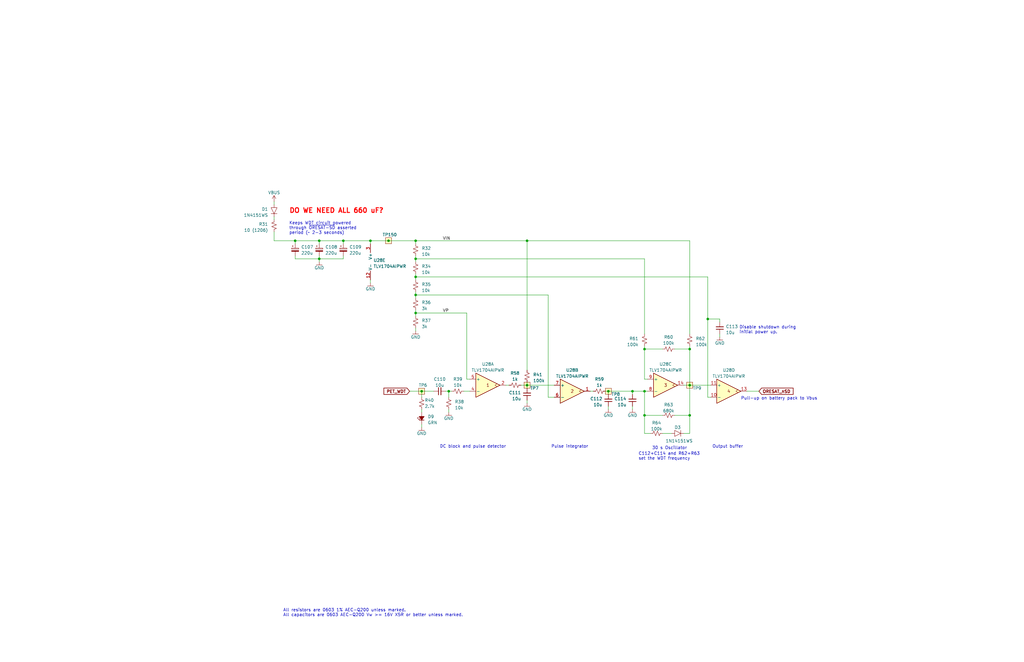
<source format=kicad_sch>
(kicad_sch (version 20230121) (generator eeschema)
  (paper "B")
  (title_block (title "OreSat C3: Watchdog Circuit") (date "2023-05-29") (rev "6.0"))
  (lib_symbols
    (symbol "Device:C_Polarized_Small" (pin_numbers hide) (pin_names (offset 0.254) hide)
      (property "Reference" "C" (at 0.254 1.778 0))
      (property "Value" "C_Polarized_Small" (at 0.254 -2.032 0))
      (symbol "C_Polarized_Small_0_1"
        (rectangle (start -1.524 -0.3048) (end 1.524 -0.6858) (fill (type outline)))
        (rectangle (start -1.524 0.6858) (end 1.524 0.3048))
        (polyline (pts (xy -1.27 1.524) (xy -0.762 1.524)))
        (polyline (pts (xy -1.016 1.27) (xy -1.016 1.778)))
      )
      (symbol "C_Polarized_Small_1_1"
        (pin passive line (at 0 2.54 270) (length 1.8542) (name "~") (number "1"))
        (pin passive line (at 0 -2.54 90) (length 1.8542) (name "~") (number "2"))
      )
    )
    (symbol "Device:C_Small" (pin_numbers hide) (pin_names (offset 0.254) hide)
      (property "Reference" "C" (at 0.254 1.778 0))
      (property "Value" "C_Small" (at 0.254 -2.032 0))
      (symbol "C_Small_0_1"
        (polyline (pts (xy -1.524 -0.508) (xy 1.524 -0.508)) (stroke (width 0.3302)))
        (polyline (pts (xy -1.524 0.508) (xy 1.524 0.508)) (stroke (width 0.3048)))
      )
      (symbol "C_Small_1_1"
        (pin passive line (at 0 2.54 270) (length 2.032) (name "~") (number "1"))
        (pin passive line (at 0 -2.54 90) (length 2.032) (name "~") (number "2"))
      )
    )
    (symbol "Device:LED_Small_Filled" (pin_numbers hide) (pin_names (offset 0.254) hide)
      (property "Reference" "D" (at -1.27 3.175 0))
      (property "Value" "LED_Small_Filled" (at -4.445 -2.54 0))
      (symbol "LED_Small_Filled_0_1"
        (polyline (pts (xy -0.762 -1.016) (xy -0.762 1.016)) (stroke (width 0.254)))
        (polyline (pts (xy 1.016 0) (xy -0.762 0)))
        (polyline (pts (xy 0.762 -1.016) (xy -0.762 0) (xy 0.762 1.016) (xy 0.762 -1.016)) (stroke (width 0.254)) (fill (type outline)))
        (polyline (pts (xy 0 0.762) (xy -0.508 1.27) (xy -0.254 1.27) (xy -0.508 1.27) (xy -0.508 1.016)))
        (polyline (pts (xy 0.508 1.27) (xy 0 1.778) (xy 0.254 1.778) (xy 0 1.778) (xy 0 1.524)))
      )
      (symbol "LED_Small_Filled_1_1"
        (pin passive line (at -2.54 0 0) (length 1.778) (name "K") (number "1"))
        (pin passive line (at 2.54 0 180) (length 1.778) (name "A") (number "2"))
      )
    )
    (symbol "Device:R_Small_US" (pin_numbers hide) (pin_names (offset 0.254) hide)
      (property "Reference" "R" (at 0.762 0.508 0))
      (property "Value" "R_Small_US" (at 0.762 -1.016 0))
      (symbol "R_Small_US_1_1"
        (polyline (pts (xy 0 0) (xy 1.016 -0.381) (xy 0 -0.762) (xy -1.016 -1.143) (xy 0 -1.524)))
        (polyline (pts (xy 0 1.524) (xy 1.016 1.143) (xy 0 0.762) (xy -1.016 0.381) (xy 0 0)))
        (pin passive line (at 0 2.54 270) (length 1.016) (name "~") (number "1"))
        (pin passive line (at 0 -2.54 90) (length 1.016) (name "~") (number "2"))
      )
    )
    (symbol "TLV1704AIPWR_1" (pin_names (offset 0.127))
      (property "Reference" "U" (at 0 5.08 0))
      (property "Value" "TLV1704AIPWR" (at 0 -5.08 0))
      (symbol "TLV1704AIPWR_1_1_1"
        (polyline (pts (xy 3.048 0) (xy 3.81 -0.635)))
        (polyline (pts (xy 3.81 0.635) (xy 3.048 0)))
        (polyline (pts (xy -5.08 5.08) (xy 5.08 0) (xy -5.08 -5.08) (xy -5.08 5.08)) (stroke (width 0.254)) (fill (type background)))
        (text "1" (at 0 0 0) (effects (font (size 1.27 1.27))))
        (pin open_collector line (at 7.62 0 180) (length 2.54) (name "~") (number "2"))
        (pin input line (at -7.62 -2.54 0) (length 2.54) (name "-") (number "4"))
        (pin input line (at -7.62 2.54 0) (length 2.54) (name "+") (number "5"))
      )
      (symbol "TLV1704AIPWR_1_2_1"
        (polyline (pts (xy 3.048 0) (xy 3.81 -0.635)))
        (polyline (pts (xy 3.81 0.635) (xy 3.048 0)))
        (polyline (pts (xy -5.08 5.08) (xy 5.08 0) (xy -5.08 -5.08) (xy -5.08 5.08)) (stroke (width 0.254)) (fill (type background)))
        (text "2" (at 0 0 0) (effects (font (size 1.27 1.27))))
        (pin open_collector line (at 7.62 0 180) (length 2.54) (name "~") (number "1"))
        (pin input line (at -7.62 -2.54 0) (length 2.54) (name "-") (number "6"))
        (pin input line (at -7.62 2.54 0) (length 2.54) (name "+") (number "7"))
      )
      (symbol "TLV1704AIPWR_1_3_1"
        (polyline (pts (xy 3.048 0) (xy 3.81 -0.635)))
        (polyline (pts (xy 3.81 0.635) (xy 3.048 0)))
        (polyline (pts (xy -5.08 5.08) (xy 5.08 0) (xy -5.08 -5.08) (xy -5.08 5.08)) (stroke (width 0.254)) (fill (type background)))
        (text "3" (at 0 0 0) (effects (font (size 1.27 1.27))))
        (pin open_collector line (at 7.62 0 180) (length 2.54) (name "~") (number "14"))
        (pin input line (at -7.62 -2.54 0) (length 2.54) (name "-") (number "8"))
        (pin input line (at -7.62 2.54 0) (length 2.54) (name "+") (number "9"))
      )
      (symbol "TLV1704AIPWR_1_4_1"
        (polyline (pts (xy 3.048 0) (xy 3.81 -0.635)))
        (polyline (pts (xy 3.81 0.635) (xy 3.048 0)))
        (polyline (pts (xy -5.08 5.08) (xy 5.08 0) (xy -5.08 -5.08) (xy -5.08 5.08)) (stroke (width 0.254)) (fill (type background)))
        (text "4" (at 0 0 0) (effects (font (size 1.27 1.27))))
        (pin input line (at -7.62 -2.54 0) (length 2.54) (name "-") (number "10"))
        (pin input line (at -7.62 2.54 0) (length 2.54) (name "+") (number "11"))
        (pin open_collector line (at 7.62 0 180) (length 2.54) (name "~") (number "13"))
      )
      (symbol "TLV1704AIPWR_1_5_1"
        (pin power_in line (at -2.54 -7.62 90) (length 3.81) (name "V-") (number "12"))
        (pin power_in line (at -2.54 7.62 270) (length 3.81) (name "V+") (number "3"))
      )
    )
    (symbol "TLV1704AIPWR_2" (pin_names (offset 0.127))
      (property "Reference" "U" (at 0 5.08 0))
      (property "Value" "TLV1704AIPWR" (at 0 -5.08 0))
      (symbol "TLV1704AIPWR_2_1_1"
        (polyline (pts (xy 3.048 0) (xy 3.81 -0.635)))
        (polyline (pts (xy 3.81 0.635) (xy 3.048 0)))
        (polyline (pts (xy -5.08 5.08) (xy 5.08 0) (xy -5.08 -5.08) (xy -5.08 5.08)) (stroke (width 0.254)) (fill (type background)))
        (text "1" (at 0 0 0) (effects (font (size 1.27 1.27))))
        (pin open_collector line (at 7.62 0 180) (length 2.54) (name "~") (number "2"))
        (pin input line (at -7.62 -2.54 0) (length 2.54) (name "-") (number "4"))
        (pin input line (at -7.62 2.54 0) (length 2.54) (name "+") (number "5"))
      )
      (symbol "TLV1704AIPWR_2_2_1"
        (polyline (pts (xy 3.048 0) (xy 3.81 -0.635)))
        (polyline (pts (xy 3.81 0.635) (xy 3.048 0)))
        (polyline (pts (xy -5.08 5.08) (xy 5.08 0) (xy -5.08 -5.08) (xy -5.08 5.08)) (stroke (width 0.254)) (fill (type background)))
        (text "2" (at 0 0 0) (effects (font (size 1.27 1.27))))
        (pin open_collector line (at 7.62 0 180) (length 2.54) (name "~") (number "1"))
        (pin input line (at -7.62 -2.54 0) (length 2.54) (name "-") (number "6"))
        (pin input line (at -7.62 2.54 0) (length 2.54) (name "+") (number "7"))
      )
      (symbol "TLV1704AIPWR_2_3_1"
        (polyline (pts (xy 3.048 0) (xy 3.81 -0.635)))
        (polyline (pts (xy 3.81 0.635) (xy 3.048 0)))
        (polyline (pts (xy -5.08 5.08) (xy 5.08 0) (xy -5.08 -5.08) (xy -5.08 5.08)) (stroke (width 0.254)) (fill (type background)))
        (text "3" (at 0 0 0) (effects (font (size 1.27 1.27))))
        (pin open_collector line (at 7.62 0 180) (length 2.54) (name "~") (number "14"))
        (pin input line (at -7.62 -2.54 0) (length 2.54) (name "-") (number "8"))
        (pin input line (at -7.62 2.54 0) (length 2.54) (name "+") (number "9"))
      )
      (symbol "TLV1704AIPWR_2_4_1"
        (polyline (pts (xy 3.048 0) (xy 3.81 -0.635)))
        (polyline (pts (xy 3.81 0.635) (xy 3.048 0)))
        (polyline (pts (xy -5.08 5.08) (xy 5.08 0) (xy -5.08 -5.08) (xy -5.08 5.08)) (stroke (width 0.254)) (fill (type background)))
        (text "4" (at 0 0 0) (effects (font (size 1.27 1.27))))
        (pin input line (at -7.62 -2.54 0) (length 2.54) (name "-") (number "10"))
        (pin input line (at -7.62 2.54 0) (length 2.54) (name "+") (number "11"))
        (pin open_collector line (at 7.62 0 180) (length 2.54) (name "~") (number "13"))
      )
      (symbol "TLV1704AIPWR_2_5_1"
        (pin power_in line (at -2.54 -7.62 90) (length 3.81) (name "V-") (number "12"))
        (pin power_in line (at -2.54 7.62 270) (length 3.81) (name "V+") (number "3"))
      )
    )
    (symbol "TLV1704AIPWR_3" (pin_names (offset 0.127))
      (property "Reference" "U" (at 0 5.08 0))
      (property "Value" "TLV1704AIPWR" (at 0 -5.08 0))
      (symbol "TLV1704AIPWR_3_1_1"
        (polyline (pts (xy 3.048 0) (xy 3.81 -0.635)))
        (polyline (pts (xy 3.81 0.635) (xy 3.048 0)))
        (polyline (pts (xy -5.08 5.08) (xy 5.08 0) (xy -5.08 -5.08) (xy -5.08 5.08)) (stroke (width 0.254)) (fill (type background)))
        (text "1" (at 0 0 0) (effects (font (size 1.27 1.27))))
        (pin open_collector line (at 7.62 0 180) (length 2.54) (name "~") (number "2"))
        (pin input line (at -7.62 -2.54 0) (length 2.54) (name "-") (number "4"))
        (pin input line (at -7.62 2.54 0) (length 2.54) (name "+") (number "5"))
      )
      (symbol "TLV1704AIPWR_3_2_1"
        (polyline (pts (xy 3.048 0) (xy 3.81 -0.635)))
        (polyline (pts (xy 3.81 0.635) (xy 3.048 0)))
        (polyline (pts (xy -5.08 5.08) (xy 5.08 0) (xy -5.08 -5.08) (xy -5.08 5.08)) (stroke (width 0.254)) (fill (type background)))
        (text "2" (at 0 0 0) (effects (font (size 1.27 1.27))))
        (pin open_collector line (at 7.62 0 180) (length 2.54) (name "~") (number "1"))
        (pin input line (at -7.62 -2.54 0) (length 2.54) (name "-") (number "6"))
        (pin input line (at -7.62 2.54 0) (length 2.54) (name "+") (number "7"))
      )
      (symbol "TLV1704AIPWR_3_3_1"
        (polyline (pts (xy 3.048 0) (xy 3.81 -0.635)))
        (polyline (pts (xy 3.81 0.635) (xy 3.048 0)))
        (polyline (pts (xy -5.08 5.08) (xy 5.08 0) (xy -5.08 -5.08) (xy -5.08 5.08)) (stroke (width 0.254)) (fill (type background)))
        (text "3" (at 0 0 0) (effects (font (size 1.27 1.27))))
        (pin open_collector line (at 7.62 0 180) (length 2.54) (name "~") (number "14"))
        (pin input line (at -7.62 -2.54 0) (length 2.54) (name "-") (number "8"))
        (pin input line (at -7.62 2.54 0) (length 2.54) (name "+") (number "9"))
      )
      (symbol "TLV1704AIPWR_3_4_1"
        (polyline (pts (xy 3.048 0) (xy 3.81 -0.635)))
        (polyline (pts (xy 3.81 0.635) (xy 3.048 0)))
        (polyline (pts (xy -5.08 5.08) (xy 5.08 0) (xy -5.08 -5.08) (xy -5.08 5.08)) (stroke (width 0.254)) (fill (type background)))
        (text "4" (at 0 0 0) (effects (font (size 1.27 1.27))))
        (pin input line (at -7.62 -2.54 0) (length 2.54) (name "-") (number "10"))
        (pin input line (at -7.62 2.54 0) (length 2.54) (name "+") (number "11"))
        (pin open_collector line (at 7.62 0 180) (length 2.54) (name "~") (number "13"))
      )
      (symbol "TLV1704AIPWR_3_5_1"
        (pin power_in line (at -2.54 -7.62 90) (length 3.81) (name "V-") (number "12"))
        (pin power_in line (at -2.54 7.62 270) (length 3.81) (name "V+") (number "3"))
      )
    )
    (symbol "TLV1704AIPWR_4" (pin_names (offset 0.127))
      (property "Reference" "U" (at 0 5.08 0))
      (property "Value" "TLV1704AIPWR" (at 0 -5.08 0))
      (symbol "TLV1704AIPWR_4_1_1"
        (polyline (pts (xy 3.048 0) (xy 3.81 -0.635)))
        (polyline (pts (xy 3.81 0.635) (xy 3.048 0)))
        (polyline (pts (xy -5.08 5.08) (xy 5.08 0) (xy -5.08 -5.08) (xy -5.08 5.08)) (stroke (width 0.254)) (fill (type background)))
        (text "1" (at 0 0 0) (effects (font (size 1.27 1.27))))
        (pin open_collector line (at 7.62 0 180) (length 2.54) (name "~") (number "2"))
        (pin input line (at -7.62 -2.54 0) (length 2.54) (name "-") (number "4"))
        (pin input line (at -7.62 2.54 0) (length 2.54) (name "+") (number "5"))
      )
      (symbol "TLV1704AIPWR_4_2_1"
        (polyline (pts (xy 3.048 0) (xy 3.81 -0.635)))
        (polyline (pts (xy 3.81 0.635) (xy 3.048 0)))
        (polyline (pts (xy -5.08 5.08) (xy 5.08 0) (xy -5.08 -5.08) (xy -5.08 5.08)) (stroke (width 0.254)) (fill (type background)))
        (text "2" (at 0 0 0) (effects (font (size 1.27 1.27))))
        (pin open_collector line (at 7.62 0 180) (length 2.54) (name "~") (number "1"))
        (pin input line (at -7.62 -2.54 0) (length 2.54) (name "-") (number "6"))
        (pin input line (at -7.62 2.54 0) (length 2.54) (name "+") (number "7"))
      )
      (symbol "TLV1704AIPWR_4_3_1"
        (polyline (pts (xy 3.048 0) (xy 3.81 -0.635)))
        (polyline (pts (xy 3.81 0.635) (xy 3.048 0)))
        (polyline (pts (xy -5.08 5.08) (xy 5.08 0) (xy -5.08 -5.08) (xy -5.08 5.08)) (stroke (width 0.254)) (fill (type background)))
        (text "3" (at 0 0 0) (effects (font (size 1.27 1.27))))
        (pin open_collector line (at 7.62 0 180) (length 2.54) (name "~") (number "14"))
        (pin input line (at -7.62 -2.54 0) (length 2.54) (name "-") (number "8"))
        (pin input line (at -7.62 2.54 0) (length 2.54) (name "+") (number "9"))
      )
      (symbol "TLV1704AIPWR_4_4_1"
        (polyline (pts (xy 3.048 0) (xy 3.81 -0.635)))
        (polyline (pts (xy 3.81 0.635) (xy 3.048 0)))
        (polyline (pts (xy -5.08 5.08) (xy 5.08 0) (xy -5.08 -5.08) (xy -5.08 5.08)) (stroke (width 0.254)) (fill (type background)))
        (text "4" (at 0 0 0) (effects (font (size 1.27 1.27))))
        (pin input line (at -7.62 -2.54 0) (length 2.54) (name "-") (number "10"))
        (pin input line (at -7.62 2.54 0) (length 2.54) (name "+") (number "11"))
        (pin open_collector line (at 7.62 0 180) (length 2.54) (name "~") (number "13"))
      )
      (symbol "TLV1704AIPWR_4_5_1"
        (pin power_in line (at -2.54 -7.62 90) (length 3.81) (name "V-") (number "12"))
        (pin power_in line (at -2.54 7.62 270) (length 3.81) (name "V+") (number "3"))
      )
    )
    (symbol "oresat-diodes:1N4151WS-HE3" (pin_numbers hide) (pin_names (offset 0) hide)
      (property "Reference" "D" (at 0 2.54 0))
      (property "Value" "1N4151WS" (at 0 -2.54 0))
      (symbol "1N4151WS-HE3_0_1"
        (polyline (pts (xy 1.27 0) (xy 1.27 1.27) (xy 1.27 -1.27) (xy 1.27 0) (xy -1.27 1.27) (xy -1.27 -1.27) (xy 1.27 0)))
      )
      (symbol "1N4151WS-HE3_1_1"
        (pin passive line (at 2.54 0 180) (length 1.27) (name "1") (number ""))
        (pin passive line (at -2.54 0 0) (length 1.27) (name "2") (number ""))
      )
    )
    (symbol "oresat-ics:TLV1704AIPWR" (pin_names (offset 0.127))
      (property "Reference" "U" (at 0 5.08 0))
      (property "Value" "TLV1704AIPWR" (at 0 -5.08 0))
      (symbol "TLV1704AIPWR_1_1"
        (polyline (pts (xy 3.048 0) (xy 3.81 -0.635)))
        (polyline (pts (xy 3.81 0.635) (xy 3.048 0)))
        (polyline (pts (xy -5.08 5.08) (xy 5.08 0) (xy -5.08 -5.08) (xy -5.08 5.08)) (stroke (width 0.254)) (fill (type background)))
        (text "1" (at 0 0 0) (effects (font (size 1.27 1.27))))
        (pin open_collector line (at 7.62 0 180) (length 2.54) (name "~") (number "2"))
        (pin input line (at -7.62 -2.54 0) (length 2.54) (name "-") (number "4"))
        (pin input line (at -7.62 2.54 0) (length 2.54) (name "+") (number "5"))
      )
      (symbol "TLV1704AIPWR_2_1"
        (polyline (pts (xy 3.048 0) (xy 3.81 -0.635)))
        (polyline (pts (xy 3.81 0.635) (xy 3.048 0)))
        (polyline (pts (xy -5.08 5.08) (xy 5.08 0) (xy -5.08 -5.08) (xy -5.08 5.08)) (stroke (width 0.254)) (fill (type background)))
        (text "2" (at 0 0 0) (effects (font (size 1.27 1.27))))
        (pin open_collector line (at 7.62 0 180) (length 2.54) (name "~") (number "1"))
        (pin input line (at -7.62 -2.54 0) (length 2.54) (name "-") (number "6"))
        (pin input line (at -7.62 2.54 0) (length 2.54) (name "+") (number "7"))
      )
      (symbol "TLV1704AIPWR_3_1"
        (polyline (pts (xy 3.048 0) (xy 3.81 -0.635)))
        (polyline (pts (xy 3.81 0.635) (xy 3.048 0)))
        (polyline (pts (xy -5.08 5.08) (xy 5.08 0) (xy -5.08 -5.08) (xy -5.08 5.08)) (stroke (width 0.254)) (fill (type background)))
        (text "3" (at 0 0 0) (effects (font (size 1.27 1.27))))
        (pin open_collector line (at 7.62 0 180) (length 2.54) (name "~") (number "14"))
        (pin input line (at -7.62 -2.54 0) (length 2.54) (name "-") (number "8"))
        (pin input line (at -7.62 2.54 0) (length 2.54) (name "+") (number "9"))
      )
      (symbol "TLV1704AIPWR_4_1"
        (polyline (pts (xy 3.048 0) (xy 3.81 -0.635)))
        (polyline (pts (xy 3.81 0.635) (xy 3.048 0)))
        (polyline (pts (xy -5.08 5.08) (xy 5.08 0) (xy -5.08 -5.08) (xy -5.08 5.08)) (stroke (width 0.254)) (fill (type background)))
        (text "4" (at 0 0 0) (effects (font (size 1.27 1.27))))
        (pin input line (at -7.62 -2.54 0) (length 2.54) (name "-") (number "10"))
        (pin input line (at -7.62 2.54 0) (length 2.54) (name "+") (number "11"))
        (pin open_collector line (at 7.62 0 180) (length 2.54) (name "~") (number "13"))
      )
      (symbol "TLV1704AIPWR_5_1"
        (pin power_in line (at -2.54 -7.62 90) (length 3.81) (name "V-") (number "12"))
        (pin power_in line (at -2.54 7.62 270) (length 3.81) (name "V+") (number "3"))
      )
    )
    (symbol "oresat-misc:Test-Point-0.75mm-th"
      (property "Reference" "TP" (at 0 2.54 0))
      (symbol "Test-Point-0.75mm-th_1_0"
        (pin passive line (at 0 0 0) (length 0) (name "1") (number "1"))
      )
      (symbol "Test-Point-0.75mm-th_1_1"
        (rectangle (start -1.27 1.27) (end 1.27 -1.27) (fill (type background)))
      )
    )
    (symbol "oresat-power:GND" (power) (pin_names (offset 0))
      (property "Value" "GND" (at 0 -2.54 0))
      (symbol "GND_0_1"
        (polyline (pts (xy 0 0) (xy 0 -1.27) (xy 1.27 -1.27) (xy 0 -1.27) (xy -1.27 -1.27) (xy 0 -1.27)))
      )
      (symbol "GND_1_1"
        (pin power_in line (at 0 0 270) (length 0) hide (name "GND") (number "1"))
      )
    )
    (symbol "power:VBUS" (power) (pin_names (offset 0))
      (property "Value" "VBUS" (at 0 3.81 0))
      (symbol "VBUS_0_1"
        (polyline (pts (xy -0.762 1.27) (xy 0 2.54)))
        (polyline (pts (xy 0 0) (xy 0 2.54)))
        (polyline (pts (xy 0 2.54) (xy 0.762 1.27)))
      )
      (symbol "VBUS_1_1"
        (pin power_in line (at 0 0 90) (length 0) hide (name "VBUS") (number "1"))
      )
    )
  )
  (junction (at 134.62 109.22))
  (junction (at 256.54 165.1))
  (junction (at 271.78 175.26))
  (junction (at 175.26 109.22))
  (junction (at 175.26 101.6))
  (junction (at 222.25 101.6))
  (junction (at 189.23 165.1))
  (junction (at 134.62 101.6))
  (junction (at 156.21 101.6))
  (junction (at 175.26 124.46))
  (junction (at 290.83 175.26))
  (junction (at 144.78 101.6))
  (junction (at 163.83 101.6))
  (junction (at 298.45 134.62))
  (junction (at 271.78 147.32))
  (junction (at 175.26 132.08))
  (junction (at 290.83 162.56))
  (junction (at 177.8 165.1))
  (junction (at 266.7 165.1))
  (junction (at 175.26 116.84))
  (junction (at 271.78 165.1))
  (junction (at 290.83 147.32))
  (junction (at 222.25 162.56))
  (junction (at 124.46 101.6))
  (wire (pts (xy 175.26 102.87) (xy 175.26 101.6)))
  (wire (pts (xy 175.26 115.57) (xy 175.26 116.84)))
  (wire (pts (xy 187.96 165.1) (xy 189.23 165.1)))
  (wire (pts (xy 298.45 134.62) (xy 303.53 134.62)))
  (wire (pts (xy 222.25 101.6) (xy 290.83 101.6)))
  (wire (pts (xy 222.25 101.6) (xy 222.25 156.21)))
  (wire (pts (xy 175.26 109.22) (xy 175.26 110.49)))
  (wire (pts (xy 175.26 132.08) (xy 196.85 132.08)))
  (wire (pts (xy 290.83 146.05) (xy 290.83 147.32)))
  (wire (pts (xy 134.62 109.22) (xy 134.62 110.49)))
  (wire (pts (xy 134.62 109.22) (xy 124.46 109.22)))
  (wire (pts (xy 284.48 175.26) (xy 290.83 175.26)))
  (wire (pts (xy 256.54 165.1) (xy 256.54 166.37)))
  (wire (pts (xy 175.26 124.46) (xy 175.26 125.73)))
  (wire (pts (xy 177.8 167.64) (xy 177.8 165.1)))
  (wire (pts (xy 124.46 107.95) (xy 124.46 109.22)))
  (wire (pts (xy 219.71 162.56) (xy 222.25 162.56)))
  (wire (pts (xy 256.54 165.1) (xy 266.7 165.1)))
  (wire (pts (xy 303.53 135.89) (xy 303.53 134.62)))
  (wire (pts (xy 134.62 107.95) (xy 134.62 109.22)))
  (wire (pts (xy 266.7 166.37) (xy 266.7 165.1)))
  (wire (pts (xy 271.78 182.88) (xy 274.32 182.88)))
  (wire (pts (xy 115.57 97.79) (xy 115.57 101.6)))
  (wire (pts (xy 175.26 132.08) (xy 175.26 133.35)))
  (wire (pts (xy 288.29 162.56) (xy 290.83 162.56)))
  (wire (pts (xy 115.57 101.6) (xy 124.46 101.6)))
  (wire (pts (xy 177.8 165.1) (xy 182.88 165.1)))
  (wire (pts (xy 298.45 134.62) (xy 298.45 167.64)))
  (wire (pts (xy 255.27 165.1) (xy 256.54 165.1)))
  (wire (pts (xy 196.85 160.02) (xy 198.12 160.02)))
  (wire (pts (xy 273.05 160.02) (xy 271.78 160.02)))
  (wire (pts (xy 222.25 162.56) (xy 233.68 162.56)))
  (wire (pts (xy 124.46 101.6) (xy 134.62 101.6)))
  (wire (pts (xy 271.78 146.05) (xy 271.78 147.32)))
  (wire (pts (xy 256.54 172.72) (xy 256.54 171.45)))
  (wire (pts (xy 175.26 107.95) (xy 175.26 109.22)))
  (wire (pts (xy 124.46 101.6) (xy 124.46 102.87)))
  (wire (pts (xy 271.78 182.88) (xy 271.78 175.26)))
  (wire (pts (xy 290.83 182.88) (xy 290.83 175.26)))
  (wire (pts (xy 222.25 162.56) (xy 222.25 163.83)))
  (wire (pts (xy 172.72 165.1) (xy 177.8 165.1)))
  (wire (pts (xy 156.21 101.6) (xy 163.83 101.6)))
  (wire (pts (xy 175.26 138.43) (xy 175.26 139.7)))
  (wire (pts (xy 298.45 167.64) (xy 299.72 167.64)))
  (wire (pts (xy 189.23 173.99) (xy 189.23 172.72)))
  (wire (pts (xy 271.78 140.97) (xy 271.78 109.22)))
  (wire (pts (xy 266.7 172.72) (xy 266.7 171.45)))
  (wire (pts (xy 134.62 101.6) (xy 144.78 101.6)))
  (wire (pts (xy 175.26 124.46) (xy 231.14 124.46)))
  (wire (pts (xy 163.83 101.6) (xy 175.26 101.6)))
  (wire (pts (xy 231.14 167.64) (xy 233.68 167.64)))
  (wire (pts (xy 290.83 140.97) (xy 290.83 101.6)))
  (wire (pts (xy 298.45 116.84) (xy 298.45 134.62)))
  (wire (pts (xy 231.14 124.46) (xy 231.14 167.64)))
  (wire (pts (xy 175.26 109.22) (xy 271.78 109.22)))
  (wire (pts (xy 222.25 101.6) (xy 175.26 101.6)))
  (wire (pts (xy 144.78 101.6) (xy 156.21 101.6)))
  (wire (pts (xy 290.83 162.56) (xy 299.72 162.56)))
  (wire (pts (xy 189.23 165.1) (xy 190.5 165.1)))
  (wire (pts (xy 195.58 165.1) (xy 198.12 165.1)))
  (wire (pts (xy 156.21 102.87) (xy 156.21 101.6)))
  (wire (pts (xy 222.25 162.56) (xy 222.25 161.29)))
  (wire (pts (xy 156.21 119.38) (xy 156.21 118.11)))
  (wire (pts (xy 144.78 102.87) (xy 144.78 101.6)))
  (wire (pts (xy 177.8 179.07) (xy 177.8 180.34)))
  (wire (pts (xy 213.36 162.56) (xy 214.63 162.56)))
  (wire (pts (xy 266.7 165.1) (xy 271.78 165.1)))
  (wire (pts (xy 196.85 132.08) (xy 196.85 160.02)))
  (wire (pts (xy 248.92 165.1) (xy 250.19 165.1)))
  (wire (pts (xy 314.96 165.1) (xy 320.04 165.1)))
  (wire (pts (xy 271.78 147.32) (xy 279.4 147.32)))
  (wire (pts (xy 288.29 182.88) (xy 290.83 182.88)))
  (wire (pts (xy 175.26 130.81) (xy 175.26 132.08)))
  (wire (pts (xy 271.78 165.1) (xy 273.05 165.1)))
  (wire (pts (xy 303.53 142.24) (xy 303.53 140.97)))
  (wire (pts (xy 290.83 175.26) (xy 290.83 162.56)))
  (wire (pts (xy 189.23 165.1) (xy 189.23 167.64)))
  (wire (pts (xy 115.57 85.09) (xy 115.57 86.36)))
  (wire (pts (xy 271.78 175.26) (xy 271.78 165.1)))
  (wire (pts (xy 115.57 91.44) (xy 115.57 92.71)))
  (wire (pts (xy 279.4 182.88) (xy 283.21 182.88)))
  (wire (pts (xy 175.26 116.84) (xy 175.26 118.11)))
  (wire (pts (xy 271.78 160.02) (xy 271.78 147.32)))
  (wire (pts (xy 175.26 123.19) (xy 175.26 124.46)))
  (wire (pts (xy 279.4 175.26) (xy 271.78 175.26)))
  (wire (pts (xy 290.83 147.32) (xy 290.83 162.56)))
  (wire (pts (xy 144.78 107.95) (xy 144.78 109.22)))
  (wire (pts (xy 284.48 147.32) (xy 290.83 147.32)))
  (wire (pts (xy 134.62 109.22) (xy 144.78 109.22)))
  (wire (pts (xy 177.8 172.72) (xy 177.8 173.99)))
  (wire (pts (xy 134.62 101.6) (xy 134.62 102.87)))
  (wire (pts (xy 222.25 170.18) (xy 222.25 168.91)))
  (wire (pts (xy 175.26 116.84) (xy 298.45 116.84)))
  (text "Pulse integrator" (at 232.41 189.23 0) (effects (font (size 1.27 1.27)) (justify left bottom)))
  (text "30 s Oscillator" (at 274.955 189.865 0) (effects (font (size 1.27 1.27)) (justify left bottom)))
  (text "C112+C114 and R62+R63 \nset the WDT frequency" (at 269.24 194.31 0) (effects (font (size 1.27 1.27)) (justify left bottom)))
  (text "DC block and pulse detector" (at 185.42 189.23 0) (effects (font (size 1.27 1.27)) (justify left bottom)))
  (text "Output buffer" (at 300.355 189.23 0) (effects (font (size 1.27 1.27)) (justify left bottom)))
  (text "Pull-up on battery pack to Vbus" (at 312.42 168.91 0) (effects (font (size 1.27 1.27)) (justify left bottom)))
  (text "DO WE NEED ALL 660 uF?" (at 121.92 90.17 0) (effects (font (size 2 2) (thickness 0.4) bold) (justify left bottom)))
  (text "All resistors are 0603 1% AEC-Q200 unless marked.\nAll capacitors are 0603 AEC-Q200 Vw >= 16V X5R or better unless marked." (at 119.38 260.35 0) (effects (font (size 1.27 1.27)) (justify left bottom)))
  (text "Disable shutdown during\ninitial power up." (at 311.785 140.97 0) (effects (font (size 1.27 1.27)) (justify left bottom)))
  (text "Keeps WDT circuit powered\nthrough ~{ORESAT-SD} asserted\nperiod (~ 2-3 seconds)" (at 121.92 99.06 0) (effects (font (size 1.27 1.27)) (justify left bottom)))
  (label "VP" (at 186.69 132.08 0))
  (label "VIN" (at 186.69 101.6 0))
  (global_label "PET_WDT" (shape input) (at 172.72 165.1 180) (effects (font (thickness 0.254) bold)) (property "Intersheetrefs" "${INTERSHEET_REFS}" (at 161.3426 165.1 0) (effects (justify right))))
  (global_label "ORESAT_nSD" (shape input) (at 320.04 165.1 0) (effects (font (thickness 0.254) bold)) (property "Intersheetrefs" "${INTERSHEET_REFS}" (at 334.9855 165.1 0) (effects (justify left))))
  (symbol (lib_id "Device:R_Small_US") (at 276.86 182.88 270) (unit 1)
    (property "Reference" "R64" (at 276.86 178.435 90))
    (property "Value" "100k" (at 276.86 180.975 90))
  )
  (symbol (lib_id "Device:R_Small_US") (at 175.26 120.65 0) (unit 1)
    (property "Reference" "R35" (at 177.8 120.015 0) (effects (justify left)))
    (property "Value" "10k" (at 177.8 122.555 0) (effects (justify left)))
  )
  (symbol (lib_name "TLV1704AIPWR_2") (lib_id "oresat-ics:TLV1704AIPWR") (at 280.67 162.56 0) (unit 3)
    (property "Reference" "U28" (at 280.67 153.67 0))
    (property "Value" "TLV1704AIPWR" (at 280.67 156.21 0))
    (property "Footprint" "Package_SO:TSSOP-14_4.4x5mm_P0.65mm" (effects hide))
    (property "Datasheet" "https://www.ti.com/lit/ds/symlink/tlv1704.pdf" (effects hide))
  )
  (symbol (lib_id "Device:R_Small_US") (at 217.17 162.56 90) (unit 1)
    (property "Reference" "R58" (at 217.17 157.48 90))
    (property "Value" "1k" (at 217.17 160.02 90))
  )
  (symbol (lib_id "oresat-power:GND") (at 134.62 110.49 0) (unit 1)
    (property "Reference" "#GND0163" (effects hide))
    (property "Value" "GND" (at 134.62 113.03 0))
    (instances (project "oresat-c3" (path "" (reference "#GND0163") (unit 1)) (path "" (reference "#GND02") (unit 1))))
  )
  (symbol (lib_id "Device:R_Small_US") (at 175.26 128.27 0) (unit 1)
    (property "Reference" "R36" (at 177.8 127.635 0) (effects (justify left)))
    (property "Value" "3k" (at 177.8 130.175 0) (effects (justify left)))
  )
  (symbol (lib_id "oresat-power:GND") (at 189.23 173.99 0) (unit 1)
    (property "Reference" "#GND0163" (effects hide))
    (property "Value" "GND" (at 189.23 176.53 0))
    (instances (project "oresat-c3" (path "" (reference "#GND0163") (unit 1)) (path "" (reference "#GND04") (unit 1))))
  )
  (symbol (lib_id "oresat-power:GND") (at 156.21 119.38 0) (mirror y) (unit 1)
    (property "Reference" "#GND0163" (effects hide))
    (property "Value" "GND" (at 156.21 121.92 0))
    (instances (project "oresat-c3" (path "" (reference "#GND0163") (unit 1)) (path "" (reference "#GND08") (unit 1))))
  )
  (symbol (lib_id "Device:R_Small_US") (at 281.94 175.26 270) (unit 1)
    (property "Reference" "R63" (at 281.94 170.815 90))
    (property "Value" "680k" (at 281.94 173.355 90))
  )
  (symbol (lib_id "oresat-power:GND") (at 175.26 139.7 0) (unit 1)
    (property "Reference" "#GND0163" (effects hide))
    (property "Value" "GND" (at 175.26 142.24 0))
    (instances (project "oresat-c3" (path "" (reference "#GND0163") (unit 1)) (path "" (reference "#GND01") (unit 1))))
  )
  (symbol (lib_name "TLV1704AIPWR_4") (lib_id "oresat-ics:TLV1704AIPWR") (at 241.3 165.1 0) (unit 2)
    (property "Reference" "U28" (at 241.3 156.21 0))
    (property "Value" "TLV1704AIPWR" (at 241.3 158.75 0))
    (property "Footprint" "Package_SO:TSSOP-14_4.4x5mm_P0.65mm" (effects hide))
    (property "Datasheet" "https://www.ti.com/lit/ds/symlink/tlv1704.pdf" (effects hide))
  )
  (symbol (lib_id "Device:R_Small_US") (at 222.25 158.75 0) (unit 1)
    (property "Reference" "R41" (at 224.79 158.115 0) (effects (justify left)))
    (property "Value" "100k" (at 224.79 160.655 0) (effects (justify left)))
  )
  (symbol (lib_id "oresat-misc:Test-Point-0.75mm-th") (at 290.83 162.56 0) (unit 1)
    (property "Reference" "TP9" (at 292.1 163.83 0) (effects (justify left)))
    (property "Value" "TestPoint-MinTH" (effects hide))
    (property "Footprint" "TestPoint:TestPoint_Pad_D1.0mm" (effects hide))
  )
  (symbol (lib_id "Device:C_Small") (at 303.53 138.43 180) (unit 1)
    (property "Reference" "C113" (at 306.07 137.7886 0) (effects (justify right)))
    (property "Value" "10u" (at 306.07 140.3286 0) (effects (justify right)))
  )
  (symbol (lib_id "Device:R_Small_US") (at 193.04 165.1 90) (unit 1)
    (property "Reference" "R39" (at 193.04 160.02 90))
    (property "Value" "10k" (at 193.04 162.56 90))
  )
  (symbol (lib_id "oresat-diodes:1N4151WS-HE3") (at 115.57 88.9 90) (mirror x) (unit 1)
    (property "Reference" "D1" (at 113.03 88.265 90) (effects (justify left)))
    (property "Value" "1N4151WS" (at 113.03 90.805 90) (effects (justify left)))
    (property "Footprint" "Diode_SMD:D_SOD-323" (effects hide))
    (property "Datasheet" "https://www.vishay.com/docs/85847/1n4151ws.pdf" (effects hide))
  )
  (symbol (lib_id "Device:C_Polarized_Small") (at 144.78 105.41 0) (unit 1)
    (property "Reference" "C109" (at 147.32 104.2289 0) (effects (justify left)))
    (property "Value" "220u" (at 147.32 106.7689 0) (effects (justify left)))
  )
  (symbol (lib_id "oresat-diodes:1N4151WS-HE3") (at 285.75 182.88 0) (unit 1)
    (property "Reference" "D3" (at 285.75 180.34 0))
    (property "Value" "1N14151WS" (at 286.385 186.055 0))
    (property "Footprint" "Diode_SMD:D_SOD-323" (effects hide))
    (property "Datasheet" "https://www.vishay.com/docs/85847/1n4151ws.pdf" (effects hide))
  )
  (symbol (lib_id "Device:C_Polarized_Small") (at 124.46 105.41 0) (unit 1)
    (property "Reference" "C107" (at 127 104.2289 0) (effects (justify left)))
    (property "Value" "220u" (at 127 106.7689 0) (effects (justify left)))
  )
  (symbol (lib_id "Device:R_Small_US") (at 252.73 165.1 90) (unit 1)
    (property "Reference" "R59" (at 252.73 160.02 90))
    (property "Value" "1k" (at 252.73 162.56 90))
  )
  (symbol (lib_id "Device:C_Small") (at 222.25 166.37 0) (mirror x) (unit 1)
    (property "Reference" "C111" (at 219.71 165.7286 0) (effects (justify right)))
    (property "Value" "10u" (at 219.71 168.2686 0) (effects (justify right)))
  )
  (symbol (lib_id "Device:R_Small_US") (at 175.26 113.03 0) (unit 1)
    (property "Reference" "R34" (at 177.8 112.395 0) (effects (justify left)))
    (property "Value" "10k" (at 177.8 114.935 0) (effects (justify left)))
  )
  (symbol (lib_id "Device:R_Small_US") (at 175.26 105.41 0) (unit 1)
    (property "Reference" "R32" (at 177.8 104.775 0) (effects (justify left)))
    (property "Value" "10k" (at 177.8 107.315 0) (effects (justify left)))
  )
  (symbol (lib_id "oresat-misc:Test-Point-0.75mm-th") (at 163.83 101.6 0) (unit 1)
    (property "Reference" "TP150" (at 161.29 99.06 0) (effects (justify left)))
    (property "Value" "TestPoint-MinTH" (effects hide))
    (property "Footprint" "TestPoint:TestPoint_Pad_D1.0mm" (effects hide))
  )
  (symbol (lib_id "Device:R_Small_US") (at 281.94 147.32 90) (unit 1)
    (property "Reference" "R60" (at 281.94 142.24 90))
    (property "Value" "100k" (at 281.94 144.78 90))
  )
  (symbol (lib_id "oresat-power:GND") (at 256.54 172.72 0) (mirror y) (unit 1)
    (property "Reference" "#GND0163" (effects hide))
    (property "Value" "GND" (at 256.54 175.26 0))
    (instances (project "oresat-c3" (path "" (reference "#GND0163") (unit 1)) (path "" (reference "#GND06") (unit 1))))
  )
  (symbol (lib_id "oresat-misc:Test-Point-0.75mm-th") (at 256.54 165.1 0) (unit 1)
    (property "Reference" "TP8" (at 257.81 166.37 0) (effects (justify left)))
    (property "Value" "TestPoint-MinTH" (effects hide))
    (property "Footprint" "TestPoint:TestPoint_Pad_D1.0mm" (effects hide))
  )
  (symbol (lib_id "power:VBUS") (at 115.57 85.09 0) (unit 1)
    (property "Reference" "#PWR06" (effects hide))
    (property "Value" "VBUS" (at 115.57 81.28 0))
  )
  (symbol (lib_id "oresat-ics:TLV1704AIPWR") (at 158.75 110.49 0) (unit 5)
    (property "Reference" "U28" (at 157.48 109.855 0) (effects (justify left)))
    (property "Value" "TLV1704AIPWR" (at 157.48 112.395 0) (effects (justify left)))
    (property "Footprint" "Package_SO:TSSOP-14_4.4x5mm_P0.65mm" (effects hide))
    (property "Datasheet" "https://www.ti.com/lit/ds/symlink/tlv1704.pdf" (effects hide))
  )
  (symbol (lib_id "Device:C_Small") (at 266.7 168.91 0) (mirror x) (unit 1)
    (property "Reference" "C114" (at 264.16 168.2686 0) (effects (justify right)))
    (property "Value" "10u" (at 264.16 170.8086 0) (effects (justify right)))
  )
  (symbol (lib_id "oresat-power:GND") (at 303.53 142.24 0) (mirror y) (unit 1)
    (property "Reference" "#GND0163" (effects hide))
    (property "Value" "GND" (at 303.53 144.78 0))
    (instances (project "oresat-c3" (path "" (reference "#GND0163") (unit 1)) (path "" (reference "#GND07") (unit 1))))
  )
  (symbol (lib_id "Device:R_Small_US") (at 177.8 170.18 0) (unit 1)
    (property "Reference" "R40" (at 179.07 168.91 0) (effects (justify left)))
    (property "Value" "2.7k" (at 179.07 171.45 0) (effects (justify left)))
  )
  (symbol (lib_id "Device:R_Small_US") (at 175.26 135.89 0) (unit 1)
    (property "Reference" "R37" (at 177.8 135.255 0) (effects (justify left)))
    (property "Value" "3k" (at 177.8 137.795 0) (effects (justify left)))
  )
  (symbol (lib_id "oresat-power:GND") (at 266.7 172.72 0) (mirror y) (unit 1)
    (property "Reference" "#GND0163" (effects hide))
    (property "Value" "GND" (at 266.7 175.26 0))
    (instances (project "oresat-c3" (path "" (reference "#GND0163") (unit 1)) (path "" (reference "#GND09") (unit 1))))
  )
  (symbol (lib_id "Device:C_Small") (at 256.54 168.91 0) (mirror x) (unit 1)
    (property "Reference" "C112" (at 254 168.2686 0) (effects (justify right)))
    (property "Value" "10u" (at 254 170.8086 0) (effects (justify right)))
  )
  (symbol (lib_id "oresat-power:GND") (at 177.8 180.34 0) (unit 1)
    (property "Reference" "#GND0163" (effects hide))
    (property "Value" "GND" (at 177.8 182.88 0))
    (instances (project "oresat-c3" (path "" (reference "#GND0163") (unit 1)) (path "" (reference "#GND03") (unit 1))))
  )
  (symbol (lib_id "Device:R_Small_US") (at 115.57 95.25 0) (mirror y) (unit 1)
    (property "Reference" "R31" (at 113.03 94.615 0) (effects (justify left)))
    (property "Value" "10 (1206)" (at 113.03 97.155 0) (effects (justify left)))
  )
  (symbol (lib_id "Device:C_Small") (at 185.42 165.1 90) (unit 1)
    (property "Reference" "C110" (at 185.4263 160.02 90))
    (property "Value" "10u" (at 185.4263 162.56 90))
  )
  (symbol (lib_name "TLV1704AIPWR_1") (lib_id "oresat-ics:TLV1704AIPWR") (at 205.74 162.56 0) (unit 1)
    (property "Reference" "U28" (at 205.74 153.67 0))
    (property "Value" "TLV1704AIPWR" (at 205.74 156.21 0))
    (property "Footprint" "Package_SO:TSSOP-14_4.4x5mm_P0.65mm" (effects hide))
    (property "Datasheet" "https://www.ti.com/lit/ds/symlink/tlv1704.pdf" (effects hide))
  )
  (symbol (lib_id "oresat-misc:Test-Point-0.75mm-th") (at 222.25 162.56 0) (unit 1)
    (property "Reference" "TP7" (at 223.52 163.83 0) (effects (justify left)))
    (property "Value" "TestPoint-MinTH" (effects hide))
    (property "Footprint" "TestPoint:TestPoint_Pad_D1.0mm" (effects hide))
  )
  (symbol (lib_id "Device:R_Small_US") (at 271.78 143.51 0) (mirror x) (unit 1)
    (property "Reference" "R61" (at 269.24 142.875 0) (effects (justify right)))
    (property "Value" "100k" (at 269.24 145.415 0) (effects (justify right)))
  )
  (symbol (lib_name "TLV1704AIPWR_3") (lib_id "oresat-ics:TLV1704AIPWR") (at 307.34 165.1 0) (unit 4)
    (property "Reference" "U28" (at 307.34 156.21 0))
    (property "Value" "TLV1704AIPWR" (at 307.34 158.75 0))
    (property "Footprint" "Package_SO:TSSOP-14_4.4x5mm_P0.65mm" (effects hide))
    (property "Datasheet" "https://www.ti.com/lit/ds/symlink/tlv1704.pdf" (effects hide))
  )
  (symbol (lib_id "oresat-misc:Test-Point-0.75mm-th") (at 177.8 165.1 0) (unit 1)
    (property "Reference" "TP6" (at 176.53 162.56 0) (effects (justify left)))
    (property "Value" "TestPoint-MinTH" (effects hide))
    (property "Footprint" "TestPoint:TestPoint_Pad_D1.0mm" (effects hide))
  )
  (symbol (lib_id "oresat-power:GND") (at 222.25 170.18 0) (unit 1)
    (property "Reference" "#GND0163" (effects hide))
    (property "Value" "GND" (at 222.25 172.72 0))
    (instances (project "oresat-c3" (path "" (reference "#GND0163") (unit 1)) (path "" (reference "#GND05") (unit 1))))
  )
  (symbol (lib_id "Device:R_Small_US") (at 290.83 143.51 180) (unit 1)
    (property "Reference" "R62" (at 293.37 142.875 0) (effects (justify right)))
    (property "Value" "100k" (at 293.37 145.415 0) (effects (justify right)))
  )
  (symbol (lib_id "Device:LED_Small_Filled") (at 177.8 176.53 90) (unit 1)
    (property "Reference" "D9" (at 180.34 175.8315 90) (effects (justify right)))
    (property "Value" "GRN" (at 180.34 178.3715 90) (effects (justify right)))
  )
  (symbol (lib_id "Device:C_Polarized_Small") (at 134.62 105.41 0) (unit 1)
    (property "Reference" "C108" (at 137.16 104.2289 0) (effects (justify left)))
    (property "Value" "220u" (at 137.16 106.7689 0) (effects (justify left)))
  )
  (symbol (lib_id "Device:R_Small_US") (at 189.23 170.18 0) (unit 1)
    (property "Reference" "R38" (at 191.77 169.545 0) (effects (justify left)))
    (property "Value" "10k" (at 191.77 172.085 0) (effects (justify left)))
  )
)
</source>
